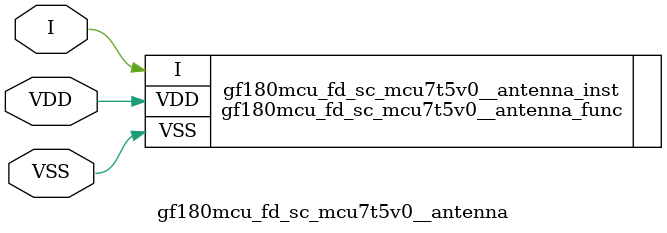
<source format=v>

module gf180mcu_fd_sc_mcu7t5v0__antenna( I, VDD, VSS );
input I;
inout VDD, VSS;

   `ifdef FUNCTIONAL  //  functional //

	gf180mcu_fd_sc_mcu7t5v0__antenna_func gf180mcu_fd_sc_mcu7t5v0__antenna_behav_inst(.I(I),.VDD(VDD),.VSS(VSS));

   `else

	gf180mcu_fd_sc_mcu7t5v0__antenna_func gf180mcu_fd_sc_mcu7t5v0__antenna_inst(.I(I),.VDD(VDD),.VSS(VSS));

	// spec_gates_begin


	// spec_gates_end



   specify

	// specify_block_begin

	// specify_block_end

   endspecify

   `endif

endmodule

</source>
